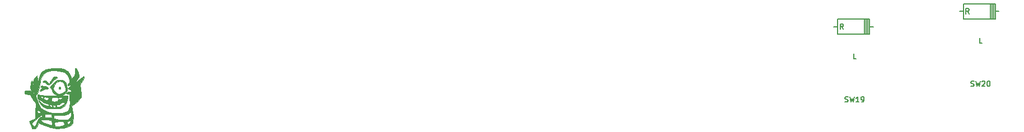
<source format=gbr>
G04 #@! TF.GenerationSoftware,KiCad,Pcbnew,(5.1.0)-1*
G04 #@! TF.CreationDate,2020-09-20T23:01:35+10:00*
G04 #@! TF.ProjectId,oddball,6f646462-616c-46c2-9e6b-696361645f70,rev?*
G04 #@! TF.SameCoordinates,Original*
G04 #@! TF.FileFunction,Legend,Top*
G04 #@! TF.FilePolarity,Positive*
%FSLAX46Y46*%
G04 Gerber Fmt 4.6, Leading zero omitted, Abs format (unit mm)*
G04 Created by KiCad (PCBNEW (5.1.0)-1) date 2020-09-20 23:01:35*
%MOMM*%
%LPD*%
G04 APERTURE LIST*
%ADD10C,0.203200*%
%ADD11C,0.150000*%
%ADD12C,0.010000*%
G04 APERTURE END LIST*
D10*
X212863000Y-99370000D02*
X213434500Y-99370000D01*
X208037000Y-99370000D02*
X207465500Y-99370000D01*
X208037000Y-100513000D02*
X212863000Y-100513000D01*
X212863000Y-98227000D02*
X208037000Y-98227000D01*
X212863000Y-100513000D02*
X212863000Y-98227000D01*
X208037000Y-98227000D02*
X208037000Y-100513000D01*
D11*
X212350000Y-100470000D02*
X212350000Y-98270000D01*
X212100000Y-98320000D02*
X212100000Y-100520000D01*
X212600000Y-100470000D02*
X212600000Y-98270000D01*
D10*
X231883000Y-97060000D02*
X232454500Y-97060000D01*
X227057000Y-97060000D02*
X226485500Y-97060000D01*
X227057000Y-98203000D02*
X231883000Y-98203000D01*
X231883000Y-95917000D02*
X227057000Y-95917000D01*
X231883000Y-98203000D02*
X231883000Y-95917000D01*
X227057000Y-95917000D02*
X227057000Y-98203000D01*
D11*
X231370000Y-98160000D02*
X231370000Y-95960000D01*
X231120000Y-96010000D02*
X231120000Y-98210000D01*
X231620000Y-98160000D02*
X231620000Y-95960000D01*
D12*
G36*
X90532749Y-108561722D02*
G01*
X90544572Y-108644768D01*
X90492778Y-108765471D01*
X90380210Y-108807726D01*
X90271088Y-108757550D01*
X90243492Y-108710325D01*
X90251951Y-108574133D01*
X90298140Y-108524713D01*
X90447008Y-108481305D01*
X90532749Y-108561722D01*
X90532749Y-108561722D01*
G37*
X90532749Y-108561722D02*
X90544572Y-108644768D01*
X90492778Y-108765471D01*
X90380210Y-108807726D01*
X90271088Y-108757550D01*
X90243492Y-108710325D01*
X90251951Y-108574133D01*
X90298140Y-108524713D01*
X90447008Y-108481305D01*
X90532749Y-108561722D01*
G36*
X89954666Y-106959863D02*
G01*
X89995316Y-107036826D01*
X89900929Y-107165520D01*
X89671377Y-107346292D01*
X89611251Y-107387374D01*
X89403867Y-107556434D01*
X89230341Y-107747328D01*
X89195032Y-107799156D01*
X89076966Y-107941633D01*
X88954230Y-108018552D01*
X88863707Y-108014397D01*
X88839143Y-107948844D01*
X88881248Y-107830146D01*
X88989795Y-107640939D01*
X89138129Y-107422071D01*
X89299599Y-107214388D01*
X89370945Y-107133857D01*
X89606759Y-106966514D01*
X89779106Y-106934286D01*
X89954666Y-106959863D01*
X89954666Y-106959863D01*
G37*
X89954666Y-106959863D02*
X89995316Y-107036826D01*
X89900929Y-107165520D01*
X89671377Y-107346292D01*
X89611251Y-107387374D01*
X89403867Y-107556434D01*
X89230341Y-107747328D01*
X89195032Y-107799156D01*
X89076966Y-107941633D01*
X88954230Y-108018552D01*
X88863707Y-108014397D01*
X88839143Y-107948844D01*
X88881248Y-107830146D01*
X88989795Y-107640939D01*
X89138129Y-107422071D01*
X89299599Y-107214388D01*
X89370945Y-107133857D01*
X89606759Y-106966514D01*
X89779106Y-106934286D01*
X89954666Y-106959863D01*
G36*
X88301001Y-107552472D02*
G01*
X88524953Y-107715470D01*
X88603286Y-107801570D01*
X88737982Y-107971239D01*
X88823363Y-108093059D01*
X88839143Y-108126834D01*
X88779940Y-108162050D01*
X88628060Y-108138968D01*
X88499173Y-108094922D01*
X88337451Y-107979697D01*
X88256892Y-107874576D01*
X88139278Y-107756198D01*
X87998148Y-107751562D01*
X87853333Y-107756870D01*
X87836546Y-107694203D01*
X87910229Y-107601943D01*
X88089247Y-107512658D01*
X88301001Y-107552472D01*
X88301001Y-107552472D01*
G37*
X88301001Y-107552472D02*
X88524953Y-107715470D01*
X88603286Y-107801570D01*
X88737982Y-107971239D01*
X88823363Y-108093059D01*
X88839143Y-108126834D01*
X88779940Y-108162050D01*
X88628060Y-108138968D01*
X88499173Y-108094922D01*
X88337451Y-107979697D01*
X88256892Y-107874576D01*
X88139278Y-107756198D01*
X87998148Y-107751562D01*
X87853333Y-107756870D01*
X87836546Y-107694203D01*
X87910229Y-107601943D01*
X88089247Y-107512658D01*
X88301001Y-107552472D01*
G36*
X87984018Y-108342292D02*
G01*
X88224241Y-108393777D01*
X88497901Y-108490040D01*
X88645605Y-108597997D01*
X88665963Y-108700348D01*
X88557583Y-108779791D01*
X88319072Y-108819026D01*
X88258572Y-108820510D01*
X88015864Y-108863792D01*
X87787746Y-108965699D01*
X87786857Y-108966286D01*
X87606078Y-109076146D01*
X87501717Y-109103845D01*
X87435927Y-109056713D01*
X87422747Y-109036830D01*
X87436528Y-108940447D01*
X87544505Y-108825857D01*
X87704856Y-108725497D01*
X87875756Y-108671807D01*
X87895714Y-108669996D01*
X88007139Y-108658173D01*
X87980020Y-108639512D01*
X87932000Y-108628471D01*
X87736776Y-108587045D01*
X87623572Y-108562935D01*
X87496008Y-108495137D01*
X87460286Y-108420618D01*
X87524733Y-108340701D01*
X87705564Y-108314373D01*
X87984018Y-108342292D01*
X87984018Y-108342292D01*
G37*
X87984018Y-108342292D02*
X88224241Y-108393777D01*
X88497901Y-108490040D01*
X88645605Y-108597997D01*
X88665963Y-108700348D01*
X88557583Y-108779791D01*
X88319072Y-108819026D01*
X88258572Y-108820510D01*
X88015864Y-108863792D01*
X87787746Y-108965699D01*
X87786857Y-108966286D01*
X87606078Y-109076146D01*
X87501717Y-109103845D01*
X87435927Y-109056713D01*
X87422747Y-109036830D01*
X87436528Y-108940447D01*
X87544505Y-108825857D01*
X87704856Y-108725497D01*
X87875756Y-108671807D01*
X87895714Y-108669996D01*
X88007139Y-108658173D01*
X87980020Y-108639512D01*
X87932000Y-108628471D01*
X87736776Y-108587045D01*
X87623572Y-108562935D01*
X87496008Y-108495137D01*
X87460286Y-108420618D01*
X87524733Y-108340701D01*
X87705564Y-108314373D01*
X87984018Y-108342292D01*
G36*
X90778963Y-107460991D02*
G01*
X91108846Y-107622983D01*
X91344756Y-107893990D01*
X91483956Y-108270997D01*
X91524286Y-108694951D01*
X91514973Y-108977837D01*
X91478278Y-109167325D01*
X91401068Y-109314460D01*
X91347156Y-109383371D01*
X91099105Y-109578248D01*
X90766154Y-109707265D01*
X90396229Y-109763072D01*
X90037256Y-109738319D01*
X89743180Y-109629369D01*
X89446961Y-109366150D01*
X89254823Y-109009476D01*
X89241017Y-108966286D01*
X89139802Y-108777144D01*
X89035920Y-108665725D01*
X88966437Y-108603679D01*
X88962012Y-108590259D01*
X89430857Y-108590259D01*
X89453380Y-108732686D01*
X89523306Y-108926312D01*
X89713292Y-109249467D01*
X89980742Y-109458260D01*
X90304723Y-109545028D01*
X90664303Y-109502106D01*
X90871060Y-109419745D01*
X91114589Y-109249746D01*
X91244019Y-109027652D01*
X91268361Y-108730196D01*
X91232394Y-108486836D01*
X91102399Y-108087042D01*
X90905959Y-107808385D01*
X90647743Y-107655971D01*
X90446254Y-107627013D01*
X90120389Y-107686999D01*
X89843520Y-107872418D01*
X89604193Y-108191459D01*
X89569386Y-108254024D01*
X89468008Y-108452842D01*
X89430857Y-108590259D01*
X88962012Y-108590259D01*
X88946021Y-108541772D01*
X88986922Y-108452962D01*
X89101394Y-108310208D01*
X89295037Y-108093816D01*
X89564711Y-107804712D01*
X89772656Y-107610508D01*
X89947706Y-107492679D01*
X90118693Y-107432701D01*
X90314453Y-107412051D01*
X90357849Y-107411029D01*
X90778963Y-107460991D01*
X90778963Y-107460991D01*
G37*
X90778963Y-107460991D02*
X91108846Y-107622983D01*
X91344756Y-107893990D01*
X91483956Y-108270997D01*
X91524286Y-108694951D01*
X91514973Y-108977837D01*
X91478278Y-109167325D01*
X91401068Y-109314460D01*
X91347156Y-109383371D01*
X91099105Y-109578248D01*
X90766154Y-109707265D01*
X90396229Y-109763072D01*
X90037256Y-109738319D01*
X89743180Y-109629369D01*
X89446961Y-109366150D01*
X89254823Y-109009476D01*
X89241017Y-108966286D01*
X89139802Y-108777144D01*
X89035920Y-108665725D01*
X88966437Y-108603679D01*
X88962012Y-108590259D01*
X89430857Y-108590259D01*
X89453380Y-108732686D01*
X89523306Y-108926312D01*
X89713292Y-109249467D01*
X89980742Y-109458260D01*
X90304723Y-109545028D01*
X90664303Y-109502106D01*
X90871060Y-109419745D01*
X91114589Y-109249746D01*
X91244019Y-109027652D01*
X91268361Y-108730196D01*
X91232394Y-108486836D01*
X91102399Y-108087042D01*
X90905959Y-107808385D01*
X90647743Y-107655971D01*
X90446254Y-107627013D01*
X90120389Y-107686999D01*
X89843520Y-107872418D01*
X89604193Y-108191459D01*
X89569386Y-108254024D01*
X89468008Y-108452842D01*
X89430857Y-108590259D01*
X88962012Y-108590259D01*
X88946021Y-108541772D01*
X88986922Y-108452962D01*
X89101394Y-108310208D01*
X89295037Y-108093816D01*
X89564711Y-107804712D01*
X89772656Y-107610508D01*
X89947706Y-107492679D01*
X90118693Y-107432701D01*
X90314453Y-107412051D01*
X90357849Y-107411029D01*
X90778963Y-107460991D01*
G36*
X87442567Y-109695205D02*
G01*
X87593208Y-109730006D01*
X87802375Y-109757055D01*
X88086646Y-109777147D01*
X88462597Y-109791077D01*
X88946805Y-109799639D01*
X89555847Y-109803630D01*
X89710000Y-109803977D01*
X91633143Y-109807096D01*
X91623813Y-110027233D01*
X91573343Y-110370971D01*
X91462425Y-110742200D01*
X91312318Y-111082419D01*
X91152665Y-111323751D01*
X90944788Y-111510411D01*
X90683511Y-111644712D01*
X90346701Y-111732396D01*
X89912221Y-111779205D01*
X89357937Y-111790881D01*
X89352114Y-111790842D01*
X88994743Y-111782022D01*
X88670975Y-111762519D01*
X88420127Y-111735375D01*
X88294857Y-111709010D01*
X87876948Y-111487392D01*
X87527793Y-111142158D01*
X87253209Y-110680478D01*
X87179545Y-110475558D01*
X87242572Y-110475558D01*
X87299575Y-110584368D01*
X87448630Y-110740092D01*
X87656808Y-110915848D01*
X87891180Y-111084754D01*
X88118814Y-111219927D01*
X88202863Y-111259488D01*
X88489644Y-111354058D01*
X88673596Y-111350076D01*
X88733526Y-111277704D01*
X88839143Y-111277704D01*
X88886708Y-111420026D01*
X89041926Y-111489483D01*
X89152619Y-111500557D01*
X89251505Y-111465330D01*
X89260983Y-111349048D01*
X89347143Y-111349048D01*
X89381885Y-111505859D01*
X89506469Y-111571758D01*
X89613238Y-111578857D01*
X89743039Y-111545722D01*
X89782218Y-111420116D01*
X89782572Y-111397429D01*
X89782049Y-111394534D01*
X89873931Y-111394534D01*
X89887125Y-111426750D01*
X89996793Y-111487253D01*
X90180802Y-111503788D01*
X90375810Y-111478318D01*
X90518472Y-111412806D01*
X90524630Y-111407003D01*
X90677793Y-111301310D01*
X90774243Y-111260008D01*
X90939050Y-111171824D01*
X91072377Y-111042361D01*
X91136751Y-110914236D01*
X91127969Y-110857716D01*
X91008836Y-110785050D01*
X90833257Y-110816513D01*
X90640419Y-110943857D01*
X90446884Y-111067985D01*
X90248822Y-111129861D01*
X90047305Y-111184495D01*
X89910972Y-111282053D01*
X89873931Y-111394534D01*
X89782049Y-111394534D01*
X89759140Y-111267767D01*
X89659533Y-111220333D01*
X89564857Y-111216000D01*
X89402891Y-111240802D01*
X89348071Y-111328007D01*
X89347143Y-111349048D01*
X89260983Y-111349048D01*
X89261476Y-111343000D01*
X89194323Y-111218503D01*
X89069524Y-111151166D01*
X88937966Y-111148856D01*
X88850534Y-111219442D01*
X88839143Y-111277704D01*
X88733526Y-111277704D01*
X88759023Y-111246915D01*
X88766572Y-111177207D01*
X88701119Y-111106837D01*
X88532568Y-111046430D01*
X88461293Y-111032039D01*
X88059280Y-110891835D01*
X87661300Y-110608840D01*
X87592281Y-110544715D01*
X87549014Y-110515482D01*
X89135588Y-110515482D01*
X89196181Y-110640463D01*
X89350395Y-110696384D01*
X89584351Y-110708000D01*
X89819284Y-110692531D01*
X89999094Y-110652927D01*
X90058343Y-110620914D01*
X90134542Y-110475815D01*
X90145429Y-110400647D01*
X90165869Y-110310738D01*
X90253019Y-110326093D01*
X90293313Y-110346610D01*
X90469711Y-110387076D01*
X90636965Y-110345405D01*
X90755544Y-110246393D01*
X90785922Y-110114839D01*
X90761192Y-110053087D01*
X90669249Y-110021670D01*
X90500055Y-110029368D01*
X90313033Y-110066442D01*
X90167605Y-110123152D01*
X90128397Y-110156794D01*
X90081909Y-110188985D01*
X90073969Y-110142109D01*
X90029826Y-110088876D01*
X89884867Y-110065840D01*
X89619286Y-110069537D01*
X89371285Y-110085065D01*
X89233091Y-110112871D01*
X89169438Y-110169757D01*
X89145059Y-110272524D01*
X89142160Y-110296845D01*
X89135588Y-110515482D01*
X87549014Y-110515482D01*
X87454512Y-110451634D01*
X87322661Y-110417629D01*
X87246902Y-110452622D01*
X87242572Y-110475558D01*
X87179545Y-110475558D01*
X87088057Y-110221061D01*
X87082298Y-110197178D01*
X87981767Y-110197178D01*
X87993327Y-110233151D01*
X88110999Y-110369622D01*
X88303361Y-110454359D01*
X88510627Y-110472543D01*
X88673014Y-110409361D01*
X88679486Y-110403200D01*
X88774595Y-110251904D01*
X88730497Y-110132938D01*
X88550515Y-110051223D01*
X88426015Y-110027907D01*
X88151358Y-110015579D01*
X88003695Y-110071803D01*
X87981767Y-110197178D01*
X87082298Y-110197178D01*
X87036552Y-110007477D01*
X87532857Y-110007477D01*
X87585370Y-110126431D01*
X87623572Y-110151938D01*
X87800460Y-110192161D01*
X87881712Y-110137338D01*
X87882152Y-110073000D01*
X87814315Y-109973440D01*
X87695064Y-109922443D01*
X87582038Y-109930820D01*
X87532857Y-110007477D01*
X87036552Y-110007477D01*
X87014232Y-109914920D01*
X87005736Y-109726964D01*
X87073652Y-109640754D01*
X87229063Y-109639851D01*
X87442567Y-109695205D01*
X87442567Y-109695205D01*
G37*
X87442567Y-109695205D02*
X87593208Y-109730006D01*
X87802375Y-109757055D01*
X88086646Y-109777147D01*
X88462597Y-109791077D01*
X88946805Y-109799639D01*
X89555847Y-109803630D01*
X89710000Y-109803977D01*
X91633143Y-109807096D01*
X91623813Y-110027233D01*
X91573343Y-110370971D01*
X91462425Y-110742200D01*
X91312318Y-111082419D01*
X91152665Y-111323751D01*
X90944788Y-111510411D01*
X90683511Y-111644712D01*
X90346701Y-111732396D01*
X89912221Y-111779205D01*
X89357937Y-111790881D01*
X89352114Y-111790842D01*
X88994743Y-111782022D01*
X88670975Y-111762519D01*
X88420127Y-111735375D01*
X88294857Y-111709010D01*
X87876948Y-111487392D01*
X87527793Y-111142158D01*
X87253209Y-110680478D01*
X87179545Y-110475558D01*
X87242572Y-110475558D01*
X87299575Y-110584368D01*
X87448630Y-110740092D01*
X87656808Y-110915848D01*
X87891180Y-111084754D01*
X88118814Y-111219927D01*
X88202863Y-111259488D01*
X88489644Y-111354058D01*
X88673596Y-111350076D01*
X88733526Y-111277704D01*
X88839143Y-111277704D01*
X88886708Y-111420026D01*
X89041926Y-111489483D01*
X89152619Y-111500557D01*
X89251505Y-111465330D01*
X89260983Y-111349048D01*
X89347143Y-111349048D01*
X89381885Y-111505859D01*
X89506469Y-111571758D01*
X89613238Y-111578857D01*
X89743039Y-111545722D01*
X89782218Y-111420116D01*
X89782572Y-111397429D01*
X89782049Y-111394534D01*
X89873931Y-111394534D01*
X89887125Y-111426750D01*
X89996793Y-111487253D01*
X90180802Y-111503788D01*
X90375810Y-111478318D01*
X90518472Y-111412806D01*
X90524630Y-111407003D01*
X90677793Y-111301310D01*
X90774243Y-111260008D01*
X90939050Y-111171824D01*
X91072377Y-111042361D01*
X91136751Y-110914236D01*
X91127969Y-110857716D01*
X91008836Y-110785050D01*
X90833257Y-110816513D01*
X90640419Y-110943857D01*
X90446884Y-111067985D01*
X90248822Y-111129861D01*
X90047305Y-111184495D01*
X89910972Y-111282053D01*
X89873931Y-111394534D01*
X89782049Y-111394534D01*
X89759140Y-111267767D01*
X89659533Y-111220333D01*
X89564857Y-111216000D01*
X89402891Y-111240802D01*
X89348071Y-111328007D01*
X89347143Y-111349048D01*
X89260983Y-111349048D01*
X89261476Y-111343000D01*
X89194323Y-111218503D01*
X89069524Y-111151166D01*
X88937966Y-111148856D01*
X88850534Y-111219442D01*
X88839143Y-111277704D01*
X88733526Y-111277704D01*
X88759023Y-111246915D01*
X88766572Y-111177207D01*
X88701119Y-111106837D01*
X88532568Y-111046430D01*
X88461293Y-111032039D01*
X88059280Y-110891835D01*
X87661300Y-110608840D01*
X87592281Y-110544715D01*
X87549014Y-110515482D01*
X89135588Y-110515482D01*
X89196181Y-110640463D01*
X89350395Y-110696384D01*
X89584351Y-110708000D01*
X89819284Y-110692531D01*
X89999094Y-110652927D01*
X90058343Y-110620914D01*
X90134542Y-110475815D01*
X90145429Y-110400647D01*
X90165869Y-110310738D01*
X90253019Y-110326093D01*
X90293313Y-110346610D01*
X90469711Y-110387076D01*
X90636965Y-110345405D01*
X90755544Y-110246393D01*
X90785922Y-110114839D01*
X90761192Y-110053087D01*
X90669249Y-110021670D01*
X90500055Y-110029368D01*
X90313033Y-110066442D01*
X90167605Y-110123152D01*
X90128397Y-110156794D01*
X90081909Y-110188985D01*
X90073969Y-110142109D01*
X90029826Y-110088876D01*
X89884867Y-110065840D01*
X89619286Y-110069537D01*
X89371285Y-110085065D01*
X89233091Y-110112871D01*
X89169438Y-110169757D01*
X89145059Y-110272524D01*
X89142160Y-110296845D01*
X89135588Y-110515482D01*
X87549014Y-110515482D01*
X87454512Y-110451634D01*
X87322661Y-110417629D01*
X87246902Y-110452622D01*
X87242572Y-110475558D01*
X87179545Y-110475558D01*
X87088057Y-110221061D01*
X87082298Y-110197178D01*
X87981767Y-110197178D01*
X87993327Y-110233151D01*
X88110999Y-110369622D01*
X88303361Y-110454359D01*
X88510627Y-110472543D01*
X88673014Y-110409361D01*
X88679486Y-110403200D01*
X88774595Y-110251904D01*
X88730497Y-110132938D01*
X88550515Y-110051223D01*
X88426015Y-110027907D01*
X88151358Y-110015579D01*
X88003695Y-110071803D01*
X87981767Y-110197178D01*
X87082298Y-110197178D01*
X87036552Y-110007477D01*
X87532857Y-110007477D01*
X87585370Y-110126431D01*
X87623572Y-110151938D01*
X87800460Y-110192161D01*
X87881712Y-110137338D01*
X87882152Y-110073000D01*
X87814315Y-109973440D01*
X87695064Y-109922443D01*
X87582038Y-109930820D01*
X87532857Y-110007477D01*
X87036552Y-110007477D01*
X87014232Y-109914920D01*
X87005736Y-109726964D01*
X87073652Y-109640754D01*
X87229063Y-109639851D01*
X87442567Y-109695205D01*
G36*
X92867482Y-105692869D02*
G01*
X93005613Y-105864214D01*
X93138451Y-106107144D01*
X93246904Y-106386769D01*
X93311736Y-106667133D01*
X93327230Y-106873270D01*
X93288883Y-107024480D01*
X93174616Y-107187202D01*
X93116433Y-107254809D01*
X92968474Y-107449035D01*
X92891304Y-107640250D01*
X92858490Y-107897843D01*
X92856200Y-107937997D01*
X92847707Y-108153869D01*
X92854229Y-108237414D01*
X92878644Y-108200938D01*
X92901501Y-108131714D01*
X92963932Y-107908894D01*
X93006062Y-107732572D01*
X93103787Y-107562323D01*
X93314102Y-107382768D01*
X93360357Y-107352629D01*
X93573970Y-107206324D01*
X93753190Y-107062571D01*
X93809329Y-107007915D01*
X93950236Y-106883271D01*
X94033020Y-106890125D01*
X94063571Y-107029713D01*
X94064015Y-107061286D01*
X94003692Y-107322356D01*
X93836280Y-107619778D01*
X93593887Y-107906087D01*
X93455677Y-108091732D01*
X93448180Y-108225656D01*
X93501250Y-108409715D01*
X93555812Y-108684580D01*
X93606473Y-109008856D01*
X93647841Y-109341146D01*
X93674525Y-109640054D01*
X93681132Y-109864182D01*
X93672565Y-109948330D01*
X93589254Y-110109768D01*
X93420255Y-110326452D01*
X93196620Y-110567382D01*
X92949398Y-110801553D01*
X92709638Y-110997962D01*
X92508390Y-111125607D01*
X92481303Y-111137800D01*
X92298360Y-111282021D01*
X92227303Y-111517277D01*
X92267965Y-111844375D01*
X92307657Y-111978000D01*
X92395484Y-112343430D01*
X92440741Y-112756211D01*
X92445210Y-113180557D01*
X92410669Y-113580683D01*
X92338897Y-113920803D01*
X92231674Y-114165131D01*
X92196661Y-114210273D01*
X91928086Y-114414024D01*
X91539456Y-114574357D01*
X91051444Y-114683376D01*
X90907429Y-114702742D01*
X90527630Y-114739604D01*
X90159372Y-114761745D01*
X89829999Y-114769078D01*
X89566856Y-114761516D01*
X89397286Y-114738974D01*
X89347143Y-114707669D01*
X89282517Y-114659819D01*
X89118790Y-114612206D01*
X89017800Y-114593949D01*
X88579670Y-114495710D01*
X88102039Y-114336478D01*
X87661248Y-114142714D01*
X87559478Y-114088483D01*
X87244611Y-113912500D01*
X87007734Y-114360393D01*
X86875948Y-114598114D01*
X86774139Y-114735148D01*
X86669602Y-114801721D01*
X86529634Y-114828056D01*
X86498714Y-114830810D01*
X86300667Y-114826949D01*
X86227451Y-114769631D01*
X86226514Y-114758238D01*
X86197015Y-114648308D01*
X86119656Y-114450714D01*
X86011055Y-114207827D01*
X86008800Y-114203056D01*
X85900403Y-113965530D01*
X85890478Y-113941743D01*
X86197865Y-113941743D01*
X86228555Y-114100847D01*
X86354235Y-114318429D01*
X86465522Y-114453896D01*
X86563866Y-114459921D01*
X86679812Y-114354715D01*
X86764164Y-114224312D01*
X86875464Y-114006173D01*
X86986019Y-113756000D01*
X87131532Y-113456103D01*
X87513441Y-113456103D01*
X87516159Y-113538519D01*
X87629545Y-113653482D01*
X87826676Y-113787333D01*
X88080628Y-113926416D01*
X88364476Y-114057071D01*
X88651297Y-114165642D01*
X88914166Y-114238470D01*
X89102371Y-114262127D01*
X89194054Y-114249655D01*
X89232594Y-114184613D01*
X89230650Y-114030018D01*
X89221798Y-113940375D01*
X89579452Y-113940375D01*
X89601428Y-114109611D01*
X89630484Y-114264289D01*
X89665188Y-114371921D01*
X89728038Y-114437316D01*
X89841530Y-114465283D01*
X90028162Y-114460630D01*
X90310431Y-114428166D01*
X90710835Y-114372700D01*
X90784284Y-114362441D01*
X90978064Y-114328792D01*
X91064841Y-114274497D01*
X91081649Y-114161024D01*
X91074570Y-114060413D01*
X91037927Y-113875331D01*
X90942725Y-113779239D01*
X90839435Y-113741466D01*
X91544726Y-113741466D01*
X91545052Y-113841746D01*
X91568723Y-113960044D01*
X91612411Y-114110690D01*
X91677548Y-114144250D01*
X91748993Y-114115115D01*
X91897088Y-113989947D01*
X91958051Y-113904251D01*
X92027347Y-113731993D01*
X91989609Y-113652861D01*
X91835387Y-113652538D01*
X91796429Y-113659382D01*
X91617186Y-113695641D01*
X91544726Y-113741466D01*
X90839435Y-113741466D01*
X90834857Y-113739792D01*
X90609182Y-113711597D01*
X90298542Y-113718905D01*
X89957846Y-113758459D01*
X89721839Y-113805793D01*
X89612235Y-113850322D01*
X89579452Y-113940375D01*
X89221798Y-113940375D01*
X89219715Y-113919286D01*
X89194105Y-113712685D01*
X89170837Y-113576936D01*
X89162198Y-113550473D01*
X89074927Y-113524935D01*
X88879818Y-113499236D01*
X88613786Y-113475490D01*
X88313744Y-113455809D01*
X88016606Y-113442306D01*
X87759287Y-113437094D01*
X87578701Y-113442286D01*
X87513441Y-113456103D01*
X87131532Y-113456103D01*
X87168182Y-113380571D01*
X87352364Y-113143375D01*
X87425929Y-113102857D01*
X88113429Y-113102857D01*
X89211196Y-113102857D01*
X89188455Y-112867000D01*
X89183208Y-112812572D01*
X89483090Y-112812572D01*
X89505831Y-113048429D01*
X89527039Y-113180200D01*
X89582185Y-113259966D01*
X89706551Y-113312265D01*
X89935421Y-113361638D01*
X89964000Y-113367090D01*
X90257470Y-113408894D01*
X90621061Y-113441176D01*
X90979786Y-113457404D01*
X91005400Y-113457805D01*
X91304109Y-113459216D01*
X91498880Y-113446248D01*
X91630891Y-113407367D01*
X91741320Y-113331041D01*
X91858114Y-113218972D01*
X92017115Y-113035229D01*
X92088854Y-112860865D01*
X92104857Y-112638400D01*
X92096300Y-112441078D01*
X92074602Y-112321267D01*
X92060905Y-112304572D01*
X91982089Y-112347024D01*
X91842212Y-112452169D01*
X91804651Y-112483211D01*
X91604969Y-112620315D01*
X91367427Y-112715741D01*
X91064055Y-112775476D01*
X90666881Y-112805507D01*
X90267831Y-112812167D01*
X89483090Y-112812572D01*
X89183208Y-112812572D01*
X89165715Y-112631143D01*
X88113429Y-112588499D01*
X88113429Y-113102857D01*
X87425929Y-113102857D01*
X87544491Y-113037556D01*
X87613469Y-113030286D01*
X87728876Y-112975199D01*
X87750572Y-112885143D01*
X87724701Y-112767150D01*
X87688889Y-112740000D01*
X87577961Y-112785567D01*
X87404484Y-112900874D01*
X87209336Y-113053833D01*
X87033394Y-113212355D01*
X86917537Y-113344351D01*
X86915952Y-113346746D01*
X86783445Y-113484895D01*
X86579843Y-113633544D01*
X86478616Y-113692400D01*
X86278757Y-113817984D01*
X86197865Y-113941743D01*
X85890478Y-113941743D01*
X85822437Y-113778676D01*
X85791191Y-113681621D01*
X85791143Y-113680201D01*
X85854618Y-113627255D01*
X86011223Y-113576865D01*
X86050330Y-113568810D01*
X86292105Y-113484672D01*
X86511595Y-113350145D01*
X86512999Y-113348968D01*
X86610098Y-113261177D01*
X86668021Y-113174351D01*
X86694239Y-113052467D01*
X86696222Y-112859503D01*
X86681439Y-112559435D01*
X86680429Y-112541589D01*
X86670130Y-112197344D01*
X86992670Y-112197344D01*
X87021644Y-112332406D01*
X87077984Y-112442051D01*
X87163094Y-112468904D01*
X87329138Y-112428095D01*
X87339940Y-112424725D01*
X87593019Y-112345512D01*
X87327081Y-112114937D01*
X87166265Y-111981934D01*
X87078476Y-111937945D01*
X87030320Y-111973287D01*
X87008786Y-112022618D01*
X86992670Y-112197344D01*
X86670130Y-112197344D01*
X86669169Y-112165245D01*
X86687621Y-111892015D01*
X86739137Y-111682280D01*
X86757050Y-111636379D01*
X86817252Y-111366864D01*
X86797591Y-111086683D01*
X86706933Y-110849888D01*
X86610329Y-110742010D01*
X86525748Y-110642046D01*
X86401273Y-110450232D01*
X86261386Y-110204805D01*
X86237112Y-110159129D01*
X86059259Y-109820678D01*
X86779865Y-109820678D01*
X86797171Y-109946798D01*
X86854050Y-110136925D01*
X86955946Y-110419325D01*
X87027375Y-110608975D01*
X87208554Y-111053456D01*
X87381933Y-111386751D01*
X87571931Y-111639193D01*
X87802966Y-111841118D01*
X88099455Y-112022860D01*
X88213367Y-112082330D01*
X88551185Y-112226606D01*
X88927493Y-112329464D01*
X89371945Y-112396097D01*
X89914197Y-112431701D01*
X90254286Y-112439803D01*
X90602414Y-112437490D01*
X90856348Y-112414402D01*
X91066487Y-112362395D01*
X91282658Y-112273589D01*
X91503626Y-112153090D01*
X91672164Y-112029311D01*
X91731934Y-111960524D01*
X91787950Y-111810396D01*
X91843726Y-111587288D01*
X91893682Y-111327859D01*
X91932241Y-111068769D01*
X91953824Y-110846677D01*
X91952852Y-110698243D01*
X91930239Y-110657349D01*
X91887142Y-110599063D01*
X91869037Y-110402393D01*
X91873529Y-110113937D01*
X91896200Y-109556159D01*
X91619529Y-109533365D01*
X91342857Y-109510572D01*
X91510871Y-109342558D01*
X91673250Y-109224421D01*
X91852344Y-109213801D01*
X91897364Y-109222531D01*
X92047863Y-109244687D01*
X92098593Y-109195587D01*
X92092208Y-109064593D01*
X92027524Y-108889931D01*
X91923429Y-108835657D01*
X91710896Y-108791090D01*
X91635188Y-108732406D01*
X91688219Y-108637219D01*
X91811347Y-108525258D01*
X91962776Y-108381467D01*
X92006310Y-108286064D01*
X91974632Y-108226461D01*
X91902435Y-108175812D01*
X91887143Y-108226057D01*
X91826508Y-108296749D01*
X91742000Y-108313143D01*
X91624269Y-108272448D01*
X91596857Y-108215534D01*
X91646600Y-108097108D01*
X91742000Y-107986572D01*
X91843476Y-107857697D01*
X91879811Y-107692526D01*
X91852333Y-107458107D01*
X91775171Y-107164149D01*
X91621428Y-106782118D01*
X91404742Y-106487673D01*
X91110208Y-106272886D01*
X90722918Y-106129827D01*
X90227965Y-106050568D01*
X89637429Y-106027143D01*
X89171256Y-106036616D01*
X88817083Y-106070853D01*
X88542654Y-106138578D01*
X88315717Y-106248518D01*
X88104016Y-106409398D01*
X88052641Y-106455864D01*
X87854053Y-106669252D01*
X87695456Y-106914981D01*
X87568291Y-107216899D01*
X87464003Y-107598853D01*
X87374034Y-108084690D01*
X87312477Y-108518689D01*
X87244520Y-108943110D01*
X87167248Y-109249902D01*
X87083723Y-109429222D01*
X87014882Y-109474286D01*
X86936252Y-109528645D01*
X86842201Y-109647403D01*
X86796690Y-109730302D01*
X86779865Y-109820678D01*
X86059259Y-109820678D01*
X85972572Y-109655715D01*
X85611557Y-109632930D01*
X85322155Y-109594974D01*
X85151599Y-109515366D01*
X85075845Y-109377931D01*
X85065871Y-109265829D01*
X85075459Y-109159174D01*
X85126483Y-109099701D01*
X85253278Y-109070547D01*
X85490176Y-109054849D01*
X85496006Y-109054570D01*
X85751037Y-109050504D01*
X85920692Y-109080197D01*
X86063793Y-109160901D01*
X86176430Y-109254141D01*
X86367057Y-109410846D01*
X86474671Y-109468964D01*
X86515292Y-109436019D01*
X86516857Y-109413978D01*
X86459633Y-109340600D01*
X86324207Y-109250692D01*
X86122737Y-109085401D01*
X86009621Y-108842732D01*
X85980192Y-108506078D01*
X86014901Y-108150409D01*
X86067635Y-107863160D01*
X86123731Y-107652195D01*
X86175873Y-107534689D01*
X86216750Y-107527818D01*
X86237625Y-107627343D01*
X86255145Y-107782882D01*
X86265540Y-107841429D01*
X86285375Y-107974713D01*
X86290772Y-108035432D01*
X86339204Y-108160947D01*
X86447374Y-108326145D01*
X86578202Y-108483884D01*
X86694606Y-108587022D01*
X86737558Y-108603429D01*
X86736005Y-108558058D01*
X86653141Y-108445734D01*
X86623880Y-108413162D01*
X86448705Y-108125174D01*
X86387933Y-107790582D01*
X86438136Y-107447531D01*
X86595887Y-107134165D01*
X86754025Y-106964844D01*
X86988572Y-106766991D01*
X87024857Y-107340496D01*
X87044309Y-107614417D01*
X87061964Y-107757518D01*
X87082078Y-107783996D01*
X87108907Y-107708047D01*
X87120647Y-107660000D01*
X87296899Y-107040467D01*
X87506012Y-106555557D01*
X87753075Y-106197431D01*
X88043178Y-105958252D01*
X88294857Y-105851408D01*
X88819551Y-105735006D01*
X89370012Y-105671742D01*
X89919537Y-105659494D01*
X90441421Y-105696138D01*
X90908962Y-105779551D01*
X91295456Y-105907610D01*
X91574198Y-106078192D01*
X91612738Y-106115196D01*
X91765354Y-106313886D01*
X91914547Y-106570420D01*
X92034313Y-106832718D01*
X92098647Y-107048702D01*
X92103264Y-107097572D01*
X92132103Y-107206841D01*
X92219460Y-107195883D01*
X92372950Y-107062891D01*
X92408984Y-107025000D01*
X92614563Y-106771924D01*
X92719320Y-106535940D01*
X92742601Y-106257786D01*
X92726294Y-106052909D01*
X92710396Y-105823978D01*
X92719238Y-105670769D01*
X92743149Y-105628000D01*
X92867482Y-105692869D01*
X92867482Y-105692869D01*
G37*
X92867482Y-105692869D02*
X93005613Y-105864214D01*
X93138451Y-106107144D01*
X93246904Y-106386769D01*
X93311736Y-106667133D01*
X93327230Y-106873270D01*
X93288883Y-107024480D01*
X93174616Y-107187202D01*
X93116433Y-107254809D01*
X92968474Y-107449035D01*
X92891304Y-107640250D01*
X92858490Y-107897843D01*
X92856200Y-107937997D01*
X92847707Y-108153869D01*
X92854229Y-108237414D01*
X92878644Y-108200938D01*
X92901501Y-108131714D01*
X92963932Y-107908894D01*
X93006062Y-107732572D01*
X93103787Y-107562323D01*
X93314102Y-107382768D01*
X93360357Y-107352629D01*
X93573970Y-107206324D01*
X93753190Y-107062571D01*
X93809329Y-107007915D01*
X93950236Y-106883271D01*
X94033020Y-106890125D01*
X94063571Y-107029713D01*
X94064015Y-107061286D01*
X94003692Y-107322356D01*
X93836280Y-107619778D01*
X93593887Y-107906087D01*
X93455677Y-108091732D01*
X93448180Y-108225656D01*
X93501250Y-108409715D01*
X93555812Y-108684580D01*
X93606473Y-109008856D01*
X93647841Y-109341146D01*
X93674525Y-109640054D01*
X93681132Y-109864182D01*
X93672565Y-109948330D01*
X93589254Y-110109768D01*
X93420255Y-110326452D01*
X93196620Y-110567382D01*
X92949398Y-110801553D01*
X92709638Y-110997962D01*
X92508390Y-111125607D01*
X92481303Y-111137800D01*
X92298360Y-111282021D01*
X92227303Y-111517277D01*
X92267965Y-111844375D01*
X92307657Y-111978000D01*
X92395484Y-112343430D01*
X92440741Y-112756211D01*
X92445210Y-113180557D01*
X92410669Y-113580683D01*
X92338897Y-113920803D01*
X92231674Y-114165131D01*
X92196661Y-114210273D01*
X91928086Y-114414024D01*
X91539456Y-114574357D01*
X91051444Y-114683376D01*
X90907429Y-114702742D01*
X90527630Y-114739604D01*
X90159372Y-114761745D01*
X89829999Y-114769078D01*
X89566856Y-114761516D01*
X89397286Y-114738974D01*
X89347143Y-114707669D01*
X89282517Y-114659819D01*
X89118790Y-114612206D01*
X89017800Y-114593949D01*
X88579670Y-114495710D01*
X88102039Y-114336478D01*
X87661248Y-114142714D01*
X87559478Y-114088483D01*
X87244611Y-113912500D01*
X87007734Y-114360393D01*
X86875948Y-114598114D01*
X86774139Y-114735148D01*
X86669602Y-114801721D01*
X86529634Y-114828056D01*
X86498714Y-114830810D01*
X86300667Y-114826949D01*
X86227451Y-114769631D01*
X86226514Y-114758238D01*
X86197015Y-114648308D01*
X86119656Y-114450714D01*
X86011055Y-114207827D01*
X86008800Y-114203056D01*
X85900403Y-113965530D01*
X85890478Y-113941743D01*
X86197865Y-113941743D01*
X86228555Y-114100847D01*
X86354235Y-114318429D01*
X86465522Y-114453896D01*
X86563866Y-114459921D01*
X86679812Y-114354715D01*
X86764164Y-114224312D01*
X86875464Y-114006173D01*
X86986019Y-113756000D01*
X87131532Y-113456103D01*
X87513441Y-113456103D01*
X87516159Y-113538519D01*
X87629545Y-113653482D01*
X87826676Y-113787333D01*
X88080628Y-113926416D01*
X88364476Y-114057071D01*
X88651297Y-114165642D01*
X88914166Y-114238470D01*
X89102371Y-114262127D01*
X89194054Y-114249655D01*
X89232594Y-114184613D01*
X89230650Y-114030018D01*
X89221798Y-113940375D01*
X89579452Y-113940375D01*
X89601428Y-114109611D01*
X89630484Y-114264289D01*
X89665188Y-114371921D01*
X89728038Y-114437316D01*
X89841530Y-114465283D01*
X90028162Y-114460630D01*
X90310431Y-114428166D01*
X90710835Y-114372700D01*
X90784284Y-114362441D01*
X90978064Y-114328792D01*
X91064841Y-114274497D01*
X91081649Y-114161024D01*
X91074570Y-114060413D01*
X91037927Y-113875331D01*
X90942725Y-113779239D01*
X90839435Y-113741466D01*
X91544726Y-113741466D01*
X91545052Y-113841746D01*
X91568723Y-113960044D01*
X91612411Y-114110690D01*
X91677548Y-114144250D01*
X91748993Y-114115115D01*
X91897088Y-113989947D01*
X91958051Y-113904251D01*
X92027347Y-113731993D01*
X91989609Y-113652861D01*
X91835387Y-113652538D01*
X91796429Y-113659382D01*
X91617186Y-113695641D01*
X91544726Y-113741466D01*
X90839435Y-113741466D01*
X90834857Y-113739792D01*
X90609182Y-113711597D01*
X90298542Y-113718905D01*
X89957846Y-113758459D01*
X89721839Y-113805793D01*
X89612235Y-113850322D01*
X89579452Y-113940375D01*
X89221798Y-113940375D01*
X89219715Y-113919286D01*
X89194105Y-113712685D01*
X89170837Y-113576936D01*
X89162198Y-113550473D01*
X89074927Y-113524935D01*
X88879818Y-113499236D01*
X88613786Y-113475490D01*
X88313744Y-113455809D01*
X88016606Y-113442306D01*
X87759287Y-113437094D01*
X87578701Y-113442286D01*
X87513441Y-113456103D01*
X87131532Y-113456103D01*
X87168182Y-113380571D01*
X87352364Y-113143375D01*
X87425929Y-113102857D01*
X88113429Y-113102857D01*
X89211196Y-113102857D01*
X89188455Y-112867000D01*
X89183208Y-112812572D01*
X89483090Y-112812572D01*
X89505831Y-113048429D01*
X89527039Y-113180200D01*
X89582185Y-113259966D01*
X89706551Y-113312265D01*
X89935421Y-113361638D01*
X89964000Y-113367090D01*
X90257470Y-113408894D01*
X90621061Y-113441176D01*
X90979786Y-113457404D01*
X91005400Y-113457805D01*
X91304109Y-113459216D01*
X91498880Y-113446248D01*
X91630891Y-113407367D01*
X91741320Y-113331041D01*
X91858114Y-113218972D01*
X92017115Y-113035229D01*
X92088854Y-112860865D01*
X92104857Y-112638400D01*
X92096300Y-112441078D01*
X92074602Y-112321267D01*
X92060905Y-112304572D01*
X91982089Y-112347024D01*
X91842212Y-112452169D01*
X91804651Y-112483211D01*
X91604969Y-112620315D01*
X91367427Y-112715741D01*
X91064055Y-112775476D01*
X90666881Y-112805507D01*
X90267831Y-112812167D01*
X89483090Y-112812572D01*
X89183208Y-112812572D01*
X89165715Y-112631143D01*
X88113429Y-112588499D01*
X88113429Y-113102857D01*
X87425929Y-113102857D01*
X87544491Y-113037556D01*
X87613469Y-113030286D01*
X87728876Y-112975199D01*
X87750572Y-112885143D01*
X87724701Y-112767150D01*
X87688889Y-112740000D01*
X87577961Y-112785567D01*
X87404484Y-112900874D01*
X87209336Y-113053833D01*
X87033394Y-113212355D01*
X86917537Y-113344351D01*
X86915952Y-113346746D01*
X86783445Y-113484895D01*
X86579843Y-113633544D01*
X86478616Y-113692400D01*
X86278757Y-113817984D01*
X86197865Y-113941743D01*
X85890478Y-113941743D01*
X85822437Y-113778676D01*
X85791191Y-113681621D01*
X85791143Y-113680201D01*
X85854618Y-113627255D01*
X86011223Y-113576865D01*
X86050330Y-113568810D01*
X86292105Y-113484672D01*
X86511595Y-113350145D01*
X86512999Y-113348968D01*
X86610098Y-113261177D01*
X86668021Y-113174351D01*
X86694239Y-113052467D01*
X86696222Y-112859503D01*
X86681439Y-112559435D01*
X86680429Y-112541589D01*
X86670130Y-112197344D01*
X86992670Y-112197344D01*
X87021644Y-112332406D01*
X87077984Y-112442051D01*
X87163094Y-112468904D01*
X87329138Y-112428095D01*
X87339940Y-112424725D01*
X87593019Y-112345512D01*
X87327081Y-112114937D01*
X87166265Y-111981934D01*
X87078476Y-111937945D01*
X87030320Y-111973287D01*
X87008786Y-112022618D01*
X86992670Y-112197344D01*
X86670130Y-112197344D01*
X86669169Y-112165245D01*
X86687621Y-111892015D01*
X86739137Y-111682280D01*
X86757050Y-111636379D01*
X86817252Y-111366864D01*
X86797591Y-111086683D01*
X86706933Y-110849888D01*
X86610329Y-110742010D01*
X86525748Y-110642046D01*
X86401273Y-110450232D01*
X86261386Y-110204805D01*
X86237112Y-110159129D01*
X86059259Y-109820678D01*
X86779865Y-109820678D01*
X86797171Y-109946798D01*
X86854050Y-110136925D01*
X86955946Y-110419325D01*
X87027375Y-110608975D01*
X87208554Y-111053456D01*
X87381933Y-111386751D01*
X87571931Y-111639193D01*
X87802966Y-111841118D01*
X88099455Y-112022860D01*
X88213367Y-112082330D01*
X88551185Y-112226606D01*
X88927493Y-112329464D01*
X89371945Y-112396097D01*
X89914197Y-112431701D01*
X90254286Y-112439803D01*
X90602414Y-112437490D01*
X90856348Y-112414402D01*
X91066487Y-112362395D01*
X91282658Y-112273589D01*
X91503626Y-112153090D01*
X91672164Y-112029311D01*
X91731934Y-111960524D01*
X91787950Y-111810396D01*
X91843726Y-111587288D01*
X91893682Y-111327859D01*
X91932241Y-111068769D01*
X91953824Y-110846677D01*
X91952852Y-110698243D01*
X91930239Y-110657349D01*
X91887142Y-110599063D01*
X91869037Y-110402393D01*
X91873529Y-110113937D01*
X91896200Y-109556159D01*
X91619529Y-109533365D01*
X91342857Y-109510572D01*
X91510871Y-109342558D01*
X91673250Y-109224421D01*
X91852344Y-109213801D01*
X91897364Y-109222531D01*
X92047863Y-109244687D01*
X92098593Y-109195587D01*
X92092208Y-109064593D01*
X92027524Y-108889931D01*
X91923429Y-108835657D01*
X91710896Y-108791090D01*
X91635188Y-108732406D01*
X91688219Y-108637219D01*
X91811347Y-108525258D01*
X91962776Y-108381467D01*
X92006310Y-108286064D01*
X91974632Y-108226461D01*
X91902435Y-108175812D01*
X91887143Y-108226057D01*
X91826508Y-108296749D01*
X91742000Y-108313143D01*
X91624269Y-108272448D01*
X91596857Y-108215534D01*
X91646600Y-108097108D01*
X91742000Y-107986572D01*
X91843476Y-107857697D01*
X91879811Y-107692526D01*
X91852333Y-107458107D01*
X91775171Y-107164149D01*
X91621428Y-106782118D01*
X91404742Y-106487673D01*
X91110208Y-106272886D01*
X90722918Y-106129827D01*
X90227965Y-106050568D01*
X89637429Y-106027143D01*
X89171256Y-106036616D01*
X88817083Y-106070853D01*
X88542654Y-106138578D01*
X88315717Y-106248518D01*
X88104016Y-106409398D01*
X88052641Y-106455864D01*
X87854053Y-106669252D01*
X87695456Y-106914981D01*
X87568291Y-107216899D01*
X87464003Y-107598853D01*
X87374034Y-108084690D01*
X87312477Y-108518689D01*
X87244520Y-108943110D01*
X87167248Y-109249902D01*
X87083723Y-109429222D01*
X87014882Y-109474286D01*
X86936252Y-109528645D01*
X86842201Y-109647403D01*
X86796690Y-109730302D01*
X86779865Y-109820678D01*
X86059259Y-109820678D01*
X85972572Y-109655715D01*
X85611557Y-109632930D01*
X85322155Y-109594974D01*
X85151599Y-109515366D01*
X85075845Y-109377931D01*
X85065871Y-109265829D01*
X85075459Y-109159174D01*
X85126483Y-109099701D01*
X85253278Y-109070547D01*
X85490176Y-109054849D01*
X85496006Y-109054570D01*
X85751037Y-109050504D01*
X85920692Y-109080197D01*
X86063793Y-109160901D01*
X86176430Y-109254141D01*
X86367057Y-109410846D01*
X86474671Y-109468964D01*
X86515292Y-109436019D01*
X86516857Y-109413978D01*
X86459633Y-109340600D01*
X86324207Y-109250692D01*
X86122737Y-109085401D01*
X86009621Y-108842732D01*
X85980192Y-108506078D01*
X86014901Y-108150409D01*
X86067635Y-107863160D01*
X86123731Y-107652195D01*
X86175873Y-107534689D01*
X86216750Y-107527818D01*
X86237625Y-107627343D01*
X86255145Y-107782882D01*
X86265540Y-107841429D01*
X86285375Y-107974713D01*
X86290772Y-108035432D01*
X86339204Y-108160947D01*
X86447374Y-108326145D01*
X86578202Y-108483884D01*
X86694606Y-108587022D01*
X86737558Y-108603429D01*
X86736005Y-108558058D01*
X86653141Y-108445734D01*
X86623880Y-108413162D01*
X86448705Y-108125174D01*
X86387933Y-107790582D01*
X86438136Y-107447531D01*
X86595887Y-107134165D01*
X86754025Y-106964844D01*
X86988572Y-106766991D01*
X87024857Y-107340496D01*
X87044309Y-107614417D01*
X87061964Y-107757518D01*
X87082078Y-107783996D01*
X87108907Y-107708047D01*
X87120647Y-107660000D01*
X87296899Y-107040467D01*
X87506012Y-106555557D01*
X87753075Y-106197431D01*
X88043178Y-105958252D01*
X88294857Y-105851408D01*
X88819551Y-105735006D01*
X89370012Y-105671742D01*
X89919537Y-105659494D01*
X90441421Y-105696138D01*
X90908962Y-105779551D01*
X91295456Y-105907610D01*
X91574198Y-106078192D01*
X91612738Y-106115196D01*
X91765354Y-106313886D01*
X91914547Y-106570420D01*
X92034313Y-106832718D01*
X92098647Y-107048702D01*
X92103264Y-107097572D01*
X92132103Y-107206841D01*
X92219460Y-107195883D01*
X92372950Y-107062891D01*
X92408984Y-107025000D01*
X92614563Y-106771924D01*
X92719320Y-106535940D01*
X92742601Y-106257786D01*
X92726294Y-106052909D01*
X92710396Y-105823978D01*
X92719238Y-105670769D01*
X92743149Y-105628000D01*
X92867482Y-105692869D01*
D11*
X228202380Y-108353809D02*
X228316666Y-108391904D01*
X228507142Y-108391904D01*
X228583333Y-108353809D01*
X228621428Y-108315714D01*
X228659523Y-108239523D01*
X228659523Y-108163333D01*
X228621428Y-108087142D01*
X228583333Y-108049047D01*
X228507142Y-108010952D01*
X228354761Y-107972857D01*
X228278571Y-107934761D01*
X228240476Y-107896666D01*
X228202380Y-107820476D01*
X228202380Y-107744285D01*
X228240476Y-107668095D01*
X228278571Y-107630000D01*
X228354761Y-107591904D01*
X228545238Y-107591904D01*
X228659523Y-107630000D01*
X228926190Y-107591904D02*
X229116666Y-108391904D01*
X229269047Y-107820476D01*
X229421428Y-108391904D01*
X229611904Y-107591904D01*
X229878571Y-107668095D02*
X229916666Y-107630000D01*
X229992857Y-107591904D01*
X230183333Y-107591904D01*
X230259523Y-107630000D01*
X230297619Y-107668095D01*
X230335714Y-107744285D01*
X230335714Y-107820476D01*
X230297619Y-107934761D01*
X229840476Y-108391904D01*
X230335714Y-108391904D01*
X230830952Y-107591904D02*
X230907142Y-107591904D01*
X230983333Y-107630000D01*
X231021428Y-107668095D01*
X231059523Y-107744285D01*
X231097619Y-107896666D01*
X231097619Y-108087142D01*
X231059523Y-108239523D01*
X231021428Y-108315714D01*
X230983333Y-108353809D01*
X230907142Y-108391904D01*
X230830952Y-108391904D01*
X230754761Y-108353809D01*
X230716666Y-108315714D01*
X230678571Y-108239523D01*
X230640476Y-108087142D01*
X230640476Y-107896666D01*
X230678571Y-107744285D01*
X230716666Y-107668095D01*
X230754761Y-107630000D01*
X230830952Y-107591904D01*
X229897619Y-101891904D02*
X229516666Y-101891904D01*
X229516666Y-101091904D01*
X209152380Y-110723809D02*
X209266666Y-110761904D01*
X209457142Y-110761904D01*
X209533333Y-110723809D01*
X209571428Y-110685714D01*
X209609523Y-110609523D01*
X209609523Y-110533333D01*
X209571428Y-110457142D01*
X209533333Y-110419047D01*
X209457142Y-110380952D01*
X209304761Y-110342857D01*
X209228571Y-110304761D01*
X209190476Y-110266666D01*
X209152380Y-110190476D01*
X209152380Y-110114285D01*
X209190476Y-110038095D01*
X209228571Y-110000000D01*
X209304761Y-109961904D01*
X209495238Y-109961904D01*
X209609523Y-110000000D01*
X209876190Y-109961904D02*
X210066666Y-110761904D01*
X210219047Y-110190476D01*
X210371428Y-110761904D01*
X210561904Y-109961904D01*
X211285714Y-110761904D02*
X210828571Y-110761904D01*
X211057142Y-110761904D02*
X211057142Y-109961904D01*
X210980952Y-110076190D01*
X210904761Y-110152380D01*
X210828571Y-110190476D01*
X211666666Y-110761904D02*
X211819047Y-110761904D01*
X211895238Y-110723809D01*
X211933333Y-110685714D01*
X212009523Y-110571428D01*
X212047619Y-110419047D01*
X212047619Y-110114285D01*
X212009523Y-110038095D01*
X211971428Y-110000000D01*
X211895238Y-109961904D01*
X211742857Y-109961904D01*
X211666666Y-110000000D01*
X211628571Y-110038095D01*
X211590476Y-110114285D01*
X211590476Y-110304761D01*
X211628571Y-110380952D01*
X211666666Y-110419047D01*
X211742857Y-110457142D01*
X211895238Y-110457142D01*
X211971428Y-110419047D01*
X212009523Y-110380952D01*
X212047619Y-110304761D01*
X210847619Y-104261904D02*
X210466666Y-104261904D01*
X210466666Y-103461904D01*
X208895119Y-99731904D02*
X208628452Y-99350952D01*
X208437976Y-99731904D02*
X208437976Y-98931904D01*
X208742738Y-98931904D01*
X208818928Y-98970000D01*
X208857023Y-99008095D01*
X208895119Y-99084285D01*
X208895119Y-99198571D01*
X208857023Y-99274761D01*
X208818928Y-99312857D01*
X208742738Y-99350952D01*
X208437976Y-99350952D01*
X227915119Y-97421904D02*
X227648452Y-97040952D01*
X227457976Y-97421904D02*
X227457976Y-96621904D01*
X227762738Y-96621904D01*
X227838928Y-96660000D01*
X227877023Y-96698095D01*
X227915119Y-96774285D01*
X227915119Y-96888571D01*
X227877023Y-96964761D01*
X227838928Y-97002857D01*
X227762738Y-97040952D01*
X227457976Y-97040952D01*
M02*

</source>
